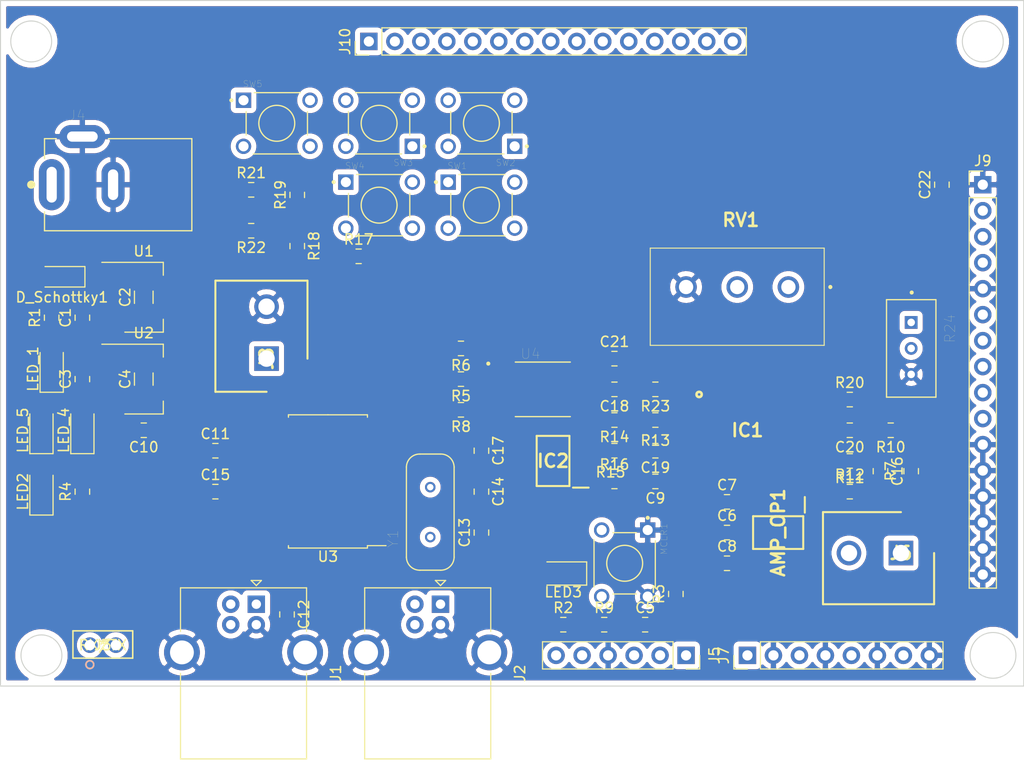
<source format=kicad_pcb>
(kicad_pcb (version 20171130) (host pcbnew "(5.1.5)-3")
  (layers (0 F.Cu signal) (31 B.Cu signal) (34 B.Paste user) (35 F.Paste user) (36 B.SilkS user) (37 F.SilkS user) (38 B.Mask user) (39 F.Mask user) (44 Edge.Cuts user))
  (net 0 "")
  (net 1 AN11)
  (net 2 IN_A)
  (net 3 Earth)
  (net 4 IN_B)
  (net 5 AN4)
  (net 6 VBUS)
  (net 7 Vin)
  (net 8 VUSB3V3)
  (net 9 "Net-(C5-Pad1)")
  (net 10 VCAP)
  (net 11 "Net-(C11-Pad2)")
  (net 12 OSC1)
  (net 13 OSC2)
  (net 14 RST)
  (net 15 "Net-(C18-Pad1)")
  (net 16 "Net-(C19-Pad1)")
  (net 17 "Net-(D_Schottky1-Pad2)")
  (net 18 PWM)
  (net 19 PIN_2)
  (net 20 PIN_3)
  (net 21 TECLADO)
  (net 22 PIN_8)
  (net 23 RB10)
  (net 24 RB11)
  (net 25 SCL)
  (net 26 PIN_13)
  (net 27 PIN_14)
  (net 28 PIN_15)
  (net 29 PIN_16)
  (net 30 MCLR#)
  (net 31 RX)
  (net 32 PIN_21)
  (net 33 PIN_22)
  (net 34 PGED1)
  (net 35 PGEC1)
  (net 36 POT)
  (net 37 RS)
  (net 38 E)
  (net 39 D4)
  (net 40 D5)
  (net 41 D6)
  (net 42 D7)
  (net 43 PIN_36)
  (net 44 PIN_39)
  (net 45 PIN_40)
  (net 46 PIN_41)
  (net 47 TX)
  (net 48 PIN_45)
  (net 49 SDA)
  (net 50 PIN_48)
  (net 51 "Net-(IC2-Pad2)")
  (net 52 "Net-(IC2-Pad1)")
  (net 53 D-)
  (net 54 D+)
  (net 55 "Net-(J9-Pad3)")
  (net 56 "Net-(LED2-Pad1)")
  (net 57 "Net-(LED3-Pad1)")
  (net 58 "Net-(LED_1-Pad2)")
  (net 59 "Net-(LED_4-Pad1)")
  (net 60 "Net-(LED_5-Pad1)")
  (net 61 RxLED)
  (net 62 TxLED)
  (net 63 "Net-(R17-Pad2)")
  (net 64 "Net-(R18-Pad2)")
  (net 65 "Net-(R19-Pad2)")
  (net 66 "Net-(R21-Pad2)")
  (net 67 "Net-(R22-Pad2)")
  (net 68 "Net-(J6-Pad2)")
  (net 69 "Net-(J6-Pad1)")
  (module LM358DG:SOIC127P600X175-8N (layer F.Cu) (at 148 137 270)
    (fp_text reference AMP_OP1 (at 0 0 270) (layer F.SilkS) (effects (font (size 1.27 1.27) (thickness 0.254))))
    (fp_text value LM358DG hide)
    (pad 1 smd rect (at -2.712 -1.905) (size 0.7 1.525) (layers F.Cu F.Paste F.Mask) (net 1 AN11))
    (pad 2 smd rect (at -2.712 -0.635) (size 0.7 1.525) (layers F.Cu F.Paste F.Mask))
    (pad 3 smd rect (at -2.712 0.635) (size 0.7 1.525) (layers F.Cu F.Paste F.Mask) (net 2 IN_A))
    (pad 4 smd rect (at -2.712 1.905) (size 0.7 1.525) (layers F.Cu F.Paste F.Mask) (net 3 Earth))
    (pad 5 smd rect (at 2.712 1.905) (size 0.7 1.525) (layers F.Cu F.Paste F.Mask) (net 4 IN_B))
    (pad 6 smd rect (at 2.712 0.635) (size 0.7 1.525) (layers F.Cu F.Paste F.Mask))
    (pad 7 smd rect (at 2.712 -0.635) (size 0.7 1.525) (layers F.Cu F.Paste F.Mask) (net 5 AN4))
    (pad 8 smd rect (at 2.712 -1.905) (size 0.7 1.525) (layers F.Cu F.Paste F.Mask) (net 6 VBUS))
  )
  (module Capacitor_SMD:C_0805_2012Metric (layer F.Cu) (at 80 116 90)
    (fp_text reference C1 (at 0 -1.65 90) (layer F.SilkS))
    (fp_text value 100nF)
    (pad 2 smd roundrect (at 0.9375 0 90) (size 0.975 1.4) (layers F.Cu F.Paste F.Mask) (net 3 Earth))
    (pad 1 smd roundrect (at -0.9375 0 90) (size 0.975 1.4) (layers F.Cu F.Paste F.Mask) (net 7 Vin))
  )
  (module Capacitor_SMD:C_1206_3216Metric (layer F.Cu) (at 86 114 90)
    (fp_text reference C2 (at 0 -1.82 90) (layer F.SilkS))
    (fp_text value 10uF)
    (pad 2 smd roundrect (at 1.4 0 90) (size 1.25 1.75) (layers F.Cu F.Paste F.Mask) (roundrect_rratio 0.2) (net 3 Earth))
    (pad 1 smd roundrect (at -1.4 0 90) (size 1.25 1.75) (layers F.Cu F.Paste F.Mask) (roundrect_rratio 0.2) (net 6 VBUS))
  )
  (module Capacitor_SMD:C_0805_2012Metric (layer F.Cu) (at 80 122 90)
    (fp_text reference C3 (at 0 -1.65 90) (layer F.SilkS))
    (fp_text value 100nF)
    (pad 1 smd roundrect (at -0.9375 0 90) (size 0.975 1.4) (layers F.Cu F.Paste F.Mask) (net 7 Vin))
    (pad 2 smd roundrect (at 0.9375 0 90) (size 0.975 1.4) (layers F.Cu F.Paste F.Mask) (net 3 Earth))
  )
  (module Capacitor_SMD:C_1206_3216Metric (layer F.Cu) (at 86 122 90)
    (fp_text reference C4 (at 0 -1.82 90) (layer F.SilkS))
    (fp_text value 10uF)
    (pad 2 smd roundrect (at 1.4 0 90) (size 1.25 1.75) (layers F.Cu F.Paste F.Mask) (roundrect_rratio 0.2) (net 3 Earth))
    (pad 1 smd roundrect (at -1.4 0 90) (size 1.25 1.75) (layers F.Cu F.Paste F.Mask) (roundrect_rratio 0.2) (net 8 VUSB3V3))
  )
  (module Capacitor_SMD:C_0805_2012Metric (layer F.Cu) (at 135 146)
    (fp_text reference C5 (at 0 -1.65) (layer F.SilkS))
    (fp_text value 100nF)
    (pad 1 smd roundrect (at -0.9375 0) (size 0.975 1.4) (layers F.Cu F.Paste F.Mask) (net 9 "Net-(C5-Pad1)"))
    (pad 2 smd roundrect (at 0.9375 0) (size 0.975 1.4) (layers F.Cu F.Paste F.Mask) (net 3 Earth))
  )
  (module Capacitor_SMD:C_0805_2012Metric (layer F.Cu) (at 143 137)
    (fp_text reference C6 (at 0 -1.65) (layer F.SilkS))
    (fp_text value 100nF)
    (pad 2 smd roundrect (at 0.9375 0) (size 0.975 1.4) (layers F.Cu F.Paste F.Mask) (net 3 Earth))
    (pad 1 smd roundrect (at -0.9375 0) (size 0.975 1.4) (layers F.Cu F.Paste F.Mask) (net 8 VUSB3V3))
  )
  (module Capacitor_SMD:C_0805_2012Metric (layer F.Cu) (at 143 134)
    (fp_text reference C7 (at 0 -1.65) (layer F.SilkS))
    (fp_text value 100nF)
    (pad 2 smd roundrect (at 0.9375 0) (size 0.975 1.4) (layers F.Cu F.Paste F.Mask) (net 3 Earth))
    (pad 1 smd roundrect (at -0.9375 0) (size 0.975 1.4) (layers F.Cu F.Paste F.Mask) (net 8 VUSB3V3))
  )
  (module Capacitor_SMD:C_0805_2012Metric (layer F.Cu) (at 143 140)
    (fp_text reference C8 (at 0 -1.65) (layer F.SilkS))
    (fp_text value 100nF)
    (pad 1 smd roundrect (at -0.9375 0) (size 0.975 1.4) (layers F.Cu F.Paste F.Mask) (net 8 VUSB3V3))
    (pad 2 smd roundrect (at 0.9375 0) (size 0.975 1.4) (layers F.Cu F.Paste F.Mask) (net 3 Earth))
  )
  (module Capacitor_SMD:C_0805_2012Metric (layer F.Cu) (at 136 132 180)
    (fp_text reference C9 (at 0 -1.65 180) (layer F.SilkS))
    (fp_text value 10uF)
    (pad 1 smd roundrect (at -0.9375 0 180) (size 0.975 1.4) (layers F.Cu F.Paste F.Mask) (net 10 VCAP))
    (pad 2 smd roundrect (at 0.9375 0 180) (size 0.975 1.4) (layers F.Cu F.Paste F.Mask) (net 3 Earth))
  )
  (module Capacitor_SMD:C_0805_2012Metric (layer F.Cu) (at 86 127 180)
    (fp_text reference C10 (at 0 -1.65 180) (layer F.SilkS))
    (fp_text value 100nF)
    (pad 2 smd roundrect (at 0.9375 0 180) (size 0.975 1.4) (layers F.Cu F.Paste F.Mask) (net 3 Earth))
    (pad 1 smd roundrect (at -0.9375 0 180) (size 0.975 1.4) (layers F.Cu F.Paste F.Mask) (net 8 VUSB3V3))
  )
  (module Capacitor_SMD:C_0805_2012Metric (layer F.Cu) (at 93 129)
    (fp_text reference C11 (at 0 -1.65) (layer F.SilkS))
    (fp_text value 100nF)
    (pad 2 smd roundrect (at 0.9375 0) (size 0.975 1.4) (layers F.Cu F.Paste F.Mask) (net 11 "Net-(C11-Pad2)"))
    (pad 1 smd roundrect (at -0.9375 0) (size 0.975 1.4) (layers F.Cu F.Paste F.Mask) (net 3 Earth))
  )
  (module Capacitor_SMD:C_0805_2012Metric (layer F.Cu) (at 100 145 270)
    (fp_text reference C12 (at 0 -1.65 270) (layer F.SilkS))
    (fp_text value 100nF)
    (pad 2 smd roundrect (at 0.9375 0 270) (size 0.975 1.4) (layers F.Cu F.Paste F.Mask) (net 3 Earth))
    (pad 1 smd roundrect (at -0.9375 0 270) (size 0.975 1.4) (layers F.Cu F.Paste F.Mask) (net 6 VBUS))
  )
  (module Capacitor_SMD:C_0805_2012Metric (layer F.Cu) (at 119 137 90)
    (fp_text reference C13 (at 0 -1.65 90) (layer F.SilkS))
    (fp_text value 22pF)
    (pad 1 smd roundrect (at -0.9375 0 90) (size 0.975 1.4) (layers F.Cu F.Paste F.Mask) (net 12 OSC1))
    (pad 2 smd roundrect (at 0.9375 0 90) (size 0.975 1.4) (layers F.Cu F.Paste F.Mask) (net 3 Earth))
  )
  (module Capacitor_SMD:C_0805_2012Metric (layer F.Cu) (at 119 133 270)
    (fp_text reference C14 (at 0 -1.65 270) (layer F.SilkS))
    (fp_text value 22pF)
    (pad 1 smd roundrect (at -0.9375 0 270) (size 0.975 1.4) (layers F.Cu F.Paste F.Mask) (net 13 OSC2))
    (pad 2 smd roundrect (at 0.9375 0 270) (size 0.975 1.4) (layers F.Cu F.Paste F.Mask) (net 3 Earth))
  )
  (module Capacitor_SMD:C_0805_2012Metric (layer F.Cu) (at 93 133)
    (fp_text reference C15 (at 0 -1.65) (layer F.SilkS))
    (fp_text value 100nF)
    (pad 1 smd roundrect (at -0.9375 0) (size 0.975 1.4) (layers F.Cu F.Paste F.Mask) (net 3 Earth))
    (pad 2 smd roundrect (at 0.9375 0) (size 0.975 1.4) (layers F.Cu F.Paste F.Mask) (net 11 "Net-(C11-Pad2)"))
  )
  (module Capacitor_SMD:C_0805_2012Metric (layer F.Cu) (at 158 131 270)
    (fp_text reference C16 (at 0 -1.65 270) (layer F.SilkS))
    (fp_text value 100nF)
    (pad 1 smd roundrect (at -0.9375 0 270) (size 0.975 1.4) (layers F.Cu F.Paste F.Mask) (net 6 VBUS))
    (pad 2 smd roundrect (at 0.9375 0 270) (size 0.975 1.4) (layers F.Cu F.Paste F.Mask) (net 3 Earth))
  )
  (module Capacitor_SMD:C_0805_2012Metric (layer F.Cu) (at 119 129 270)
    (fp_text reference C17 (at 0 -1.65 270) (layer F.SilkS))
    (fp_text value 100nF)
    (pad 2 smd roundrect (at 0.9375 0 270) (size 0.975 1.4) (layers F.Cu F.Paste F.Mask) (net 3 Earth))
    (pad 1 smd roundrect (at -0.9375 0 270) (size 0.975 1.4) (layers F.Cu F.Paste F.Mask) (net 14 RST))
  )
  (module Capacitor_SMD:C_0805_2012Metric (layer F.Cu) (at 132 123 180)
    (fp_text reference C18 (at 0 -1.65 180) (layer F.SilkS))
    (fp_text value 220nF)
    (pad 2 smd roundrect (at 0.9375 0 180) (size 0.975 1.4) (layers F.Cu F.Paste F.Mask) (net 3 Earth))
    (pad 1 smd roundrect (at -0.9375 0 180) (size 0.975 1.4) (layers F.Cu F.Paste F.Mask) (net 15 "Net-(C18-Pad1)"))
  )
  (module Capacitor_SMD:C_0805_2012Metric (layer F.Cu) (at 136 129 180)
    (fp_text reference C19 (at 0 -1.65 180) (layer F.SilkS))
    (fp_text value 220nF)
    (pad 1 smd roundrect (at -0.9375 0 180) (size 0.975 1.4) (layers F.Cu F.Paste F.Mask) (net 16 "Net-(C19-Pad1)"))
    (pad 2 smd roundrect (at 0.9375 0 180) (size 0.975 1.4) (layers F.Cu F.Paste F.Mask) (net 3 Earth))
  )
  (module Capacitor_SMD:C_0805_2012Metric (layer F.Cu) (at 155 127 180)
    (fp_text reference C20 (at 0 -1.65 180) (layer F.SilkS))
    (fp_text value 100nF)
    (pad 2 smd roundrect (at 0.9375 0 180) (size 0.975 1.4) (layers F.Cu F.Paste F.Mask) (net 3 Earth))
    (pad 1 smd roundrect (at -0.9375 0 180) (size 0.975 1.4) (layers F.Cu F.Paste F.Mask) (net 6 VBUS))
  )
  (module Capacitor_SMD:C_0805_2012Metric (layer F.Cu) (at 132 120)
    (fp_text reference C21 (at 0 -1.65) (layer F.SilkS))
    (fp_text value 100nF)
    (pad 1 smd roundrect (at -0.9375 0) (size 0.975 1.4) (layers F.Cu F.Paste F.Mask) (net 8 VUSB3V3))
    (pad 2 smd roundrect (at 0.9375 0) (size 0.975 1.4) (layers F.Cu F.Paste F.Mask) (net 3 Earth))
  )
  (module Capacitor_SMD:C_0805_2012Metric (layer F.Cu) (at 164 103 90)
    (fp_text reference C22 (at 0 -1.65 90) (layer F.SilkS))
    (fp_text value 100nF)
    (pad 2 smd roundrect (at 0.9375 0 90) (size 0.975 1.4) (layers F.Cu F.Paste F.Mask) (net 3 Earth))
    (pad 1 smd roundrect (at -0.9375 0 90) (size 0.975 1.4) (layers F.Cu F.Paste F.Mask) (net 6 VBUS))
  )
  (module Diode_SMD:D_SOD-123 (layer F.Cu) (at 78 112 180)
    (fp_text reference D_Schottky1 (at 0 -2 180) (layer F.SilkS))
    (fp_text value 1N5819)
    (pad 1 smd rect (at -1.65 0 180) (size 0.9 1.2) (layers F.Cu F.Paste F.Mask) (net 7 Vin))
    (pad 2 smd rect (at 1.65 0 180) (size 0.9 1.2) (layers F.Cu F.Paste F.Mask) (net 17 "Net-(D_Schottky1-Pad2)"))
  )
  (module PIC32MM0064GPM048-I_PT:QFP50P900X900X120-49N (layer F.Cu) (at 145 127)
    (fp_text reference IC1 (at 0 0) (layer F.SilkS) (effects (font (size 1.27 1.27) (thickness 0.254))))
    (fp_text value PIC32MM0064GPM048-I_PT hide)
    (pad 1 smd rect (at -4.238 -2.75 90) (size 0.3 1.475) (layers F.Cu F.Paste F.Mask) (net 18 PWM))
    (pad 2 smd rect (at -4.238 -2.25 90) (size 0.3 1.475) (layers F.Cu F.Paste F.Mask) (net 19 PIN_2))
    (pad 3 smd rect (at -4.238 -1.75 90) (size 0.3 1.475) (layers F.Cu F.Paste F.Mask) (net 20 PIN_3))
    (pad 4 smd rect (at -4.238 -1.25 90) (size 0.3 1.475) (layers F.Cu F.Paste F.Mask) (net 21 TECLADO))
    (pad 5 smd rect (at -4.238 -0.75 90) (size 0.3 1.475) (layers F.Cu F.Paste F.Mask))
    (pad 6 smd rect (at -4.238 -0.25 90) (size 0.3 1.475) (layers F.Cu F.Paste F.Mask) (net 3 Earth))
    (pad 7 smd rect (at -4.238 0.25 90) (size 0.3 1.475) (layers F.Cu F.Paste F.Mask) (net 10 VCAP))
    (pad 8 smd rect (at -4.238 0.75 90) (size 0.3 1.475) (layers F.Cu F.Paste F.Mask) (net 22 PIN_8))
    (pad 9 smd rect (at -4.238 1.25 90) (size 0.3 1.475) (layers F.Cu F.Paste F.Mask) (net 23 RB10))
    (pad 10 smd rect (at -4.238 1.75 90) (size 0.3 1.475) (layers F.Cu F.Paste F.Mask) (net 24 RB11))
    (pad 11 smd rect (at -4.238 2.25 90) (size 0.3 1.475) (layers F.Cu F.Paste F.Mask) (net 8 VUSB3V3))
    (pad 12 smd rect (at -4.238 2.75 90) (size 0.3 1.475) (layers F.Cu F.Paste F.Mask) (net 25 SCL))
    (pad 13 smd rect (at -2.75 4.238) (size 0.3 1.475) (layers F.Cu F.Paste F.Mask) (net 26 PIN_13))
    (pad 14 smd rect (at -2.25 4.238) (size 0.3 1.475) (layers F.Cu F.Paste F.Mask) (net 27 PIN_14))
    (pad 15 smd rect (at -1.75 4.238) (size 0.3 1.475) (layers F.Cu F.Paste F.Mask) (net 28 PIN_15))
    (pad 16 smd rect (at -1.25 4.238) (size 0.3 1.475) (layers F.Cu F.Paste F.Mask) (net 29 PIN_16))
    (pad 17 smd rect (at -0.75 4.238) (size 0.3 1.475) (layers F.Cu F.Paste F.Mask) (net 3 Earth))
    (pad 18 smd rect (at -0.25 4.238) (size 0.3 1.475) (layers F.Cu F.Paste F.Mask) (net 8 VUSB3V3))
    (pad 19 smd rect (at 0.25 4.238) (size 0.3 1.475) (layers F.Cu F.Paste F.Mask) (net 30 MCLR#))
    (pad 20 smd rect (at 0.75 4.238) (size 0.3 1.475) (layers F.Cu F.Paste F.Mask) (net 31 RX))
    (pad 21 smd rect (at 1.25 4.238) (size 0.3 1.475) (layers F.Cu F.Paste F.Mask) (net 32 PIN_21))
    (pad 22 smd rect (at 1.75 4.238) (size 0.3 1.475) (layers F.Cu F.Paste F.Mask) (net 33 PIN_22))
    (pad 23 smd rect (at 2.25 4.238) (size 0.3 1.475) (layers F.Cu F.Paste F.Mask) (net 34 PGED1))
    (pad 24 smd rect (at 2.75 4.238) (size 0.3 1.475) (layers F.Cu F.Paste F.Mask) (net 35 PGEC1))
    (pad 25 smd rect (at 4.238 2.75 90) (size 0.3 1.475) (layers F.Cu F.Paste F.Mask) (net 5 AN4))
    (pad 26 smd rect (at 4.238 2.25 90) (size 0.3 1.475) (layers F.Cu F.Paste F.Mask) (net 1 AN11))
    (pad 27 smd rect (at 4.238 1.75 90) (size 0.3 1.475) (layers F.Cu F.Paste F.Mask) (net 36 POT))
    (pad 28 smd rect (at 4.238 1.25 90) (size 0.3 1.475) (layers F.Cu F.Paste F.Mask) (net 38 E))
    (pad 29 smd rect (at 4.238 0.75 90) (size 0.3 1.475) (layers F.Cu F.Paste F.Mask) (net 37 RS))
    (pad 30 smd rect (at 4.238 0.25 90) (size 0.3 1.475) (layers F.Cu F.Paste F.Mask) (net 8 VUSB3V3))
    (pad 31 smd rect (at 4.238 -0.25 90) (size 0.3 1.475) (layers F.Cu F.Paste F.Mask) (net 3 Earth))
    (pad 32 smd rect (at 4.238 -0.75 90) (size 0.3 1.475) (layers F.Cu F.Paste F.Mask) (net 42 D7))
    (pad 33 smd rect (at 4.238 -1.25 90) (size 0.3 1.475) (layers F.Cu F.Paste F.Mask) (net 41 D6))
    (pad 34 smd rect (at 4.238 -1.75 90) (size 0.3 1.475) (layers F.Cu F.Paste F.Mask) (net 40 D5))
    (pad 35 smd rect (at 4.238 -2.25 90) (size 0.3 1.475) (layers F.Cu F.Paste F.Mask) (net 39 D4))
    (pad 36 smd rect (at 4.238 -2.75 90) (size 0.3 1.475) (layers F.Cu F.Paste F.Mask) (net 43 PIN_36))
    (pad 37 smd rect (at 2.75 -4.238) (size 0.3 1.475) (layers F.Cu F.Paste F.Mask))
    (pad 38 smd rect (at 2.25 -4.238) (size 0.3 1.475) (layers F.Cu F.Paste F.Mask) (net 14 RST))
    (pad 39 smd rect (at 1.75 -4.238) (size 0.3 1.475) (layers F.Cu F.Paste F.Mask) (net 44 PIN_39))
    (pad 40 smd rect (at 1.25 -4.238) (size 0.3 1.475) (layers F.Cu F.Paste F.Mask) (net 45 PIN_40))
    (pad 41 smd rect (at 0.75 -4.238) (size 0.3 1.475) (layers F.Cu F.Paste F.Mask) (net 46 PIN_41))
    (pad 42 smd rect (at 0.25 -4.238) (size 0.3 1.475) (layers F.Cu F.Paste F.Mask) (net 3 Earth))
    (pad 43 smd rect (at -0.25 -4.238) (size 0.3 1.475) (layers F.Cu F.Paste F.Mask) (net 8 VUSB3V3))
    (pad 44 smd rect (at -0.75 -4.238) (size 0.3 1.475) (layers F.Cu F.Paste F.Mask) (net 47 TX))
    (pad 45 smd rect (at -1.25 -4.238) (size 0.3 1.475) (layers F.Cu F.Paste F.Mask) (net 48 PIN_45))
    (pad 46 smd rect (at -1.75 -4.238) (size 0.3 1.475) (layers F.Cu F.Paste F.Mask))
    (pad 47 smd rect (at -2.25 -4.238) (size 0.3 1.475) (layers F.Cu F.Paste F.Mask) (net 49 SDA))
    (pad 48 smd rect (at -2.75 -4.238) (size 0.3 1.475) (layers F.Cu F.Paste F.Mask) (net 50 PIN_48))
    (pad 49 smd rect (at 0 0) (size 3.5 3.5) (layers F.Cu F.Paste F.Mask))
  )
  (module LM358DG:SOIC127P600X175-8N (layer F.Cu) (at 126 130 180)
    (fp_text reference IC2 (at 0 0 180) (layer F.SilkS) (effects (font (size 1.27 1.27) (thickness 0.254))))
    (fp_text value LM358DG hide)
    (pad 8 smd rect (at 2.712 -1.905 270) (size 0.7 1.525) (layers F.Cu F.Paste F.Mask) (net 6 VBUS))
    (pad 7 smd rect (at 2.712 -0.635 270) (size 0.7 1.525) (layers F.Cu F.Paste F.Mask))
    (pad 6 smd rect (at 2.712 0.635 270) (size 0.7 1.525) (layers F.Cu F.Paste F.Mask))
    (pad 5 smd rect (at 2.712 1.905 270) (size 0.7 1.525) (layers F.Cu F.Paste F.Mask))
    (pad 4 smd rect (at -2.712 1.905 270) (size 0.7 1.525) (layers F.Cu F.Paste F.Mask) (net 3 Earth))
    (pad 3 smd rect (at -2.712 0.635 270) (size 0.7 1.525) (layers F.Cu F.Paste F.Mask) (net 16 "Net-(C19-Pad1)"))
    (pad 2 smd rect (at -2.712 -0.635 270) (size 0.7 1.525) (layers F.Cu F.Paste F.Mask) (net 51 "Net-(IC2-Pad2)"))
    (pad 1 smd rect (at -2.712 -1.905 270) (size 0.7 1.525) (layers F.Cu F.Paste F.Mask) (net 52 "Net-(IC2-Pad1)"))
  )
  (module Connector_USB:USB_B_OST_USB-B1HSxx_Horizontal (layer F.Cu) (at 97 144 270)
    (fp_text reference J1 (at 6.76 -7.77 270) (layer F.SilkS))
    (fp_text value USB_B)
    (pad 1 thru_hole rect (at 0 0 270) (size 1.7 1.7) (drill 0.92) (layers *.Cu *.Mask) (net 6 VBUS))
    (pad 2 thru_hole circle (at 0 2.5 270) (size 1.7 1.7) (drill 0.92) (layers *.Cu *.Mask) (net 53 D-))
    (pad 3 thru_hole circle (at 2 2.5 270) (size 1.7 1.7) (drill 0.92) (layers *.Cu *.Mask) (net 54 D+))
    (pad 4 thru_hole circle (at 2 0 270) (size 1.7 1.7) (drill 0.92) (layers *.Cu *.Mask) (net 3 Earth))
    (pad 5 thru_hole circle (at 4.71 -4.77 270) (size 3.5 3.5) (drill 2.33) (layers *.Cu *.Mask) (net 3 Earth))
    (pad 5 thru_hole circle (at 4.71 7.27 270) (size 3.5 3.5) (drill 2.33) (layers *.Cu *.Mask) (net 3 Earth))
  )
  (module Connector_USB:USB_B_OST_USB-B1HSxx_Horizontal (layer F.Cu) (at 115 144 270)
    (fp_text reference J2 (at 6.76 -7.77 270) (layer F.SilkS))
    (fp_text value USB_B)
    (pad 5 thru_hole circle (at 4.71 7.27 270) (size 3.5 3.5) (drill 2.33) (layers *.Cu *.Mask) (net 3 Earth))
    (pad 5 thru_hole circle (at 4.71 -4.77 270) (size 3.5 3.5) (drill 2.33) (layers *.Cu *.Mask) (net 3 Earth))
    (pad 4 thru_hole circle (at 2 0 270) (size 1.7 1.7) (drill 0.92) (layers *.Cu *.Mask) (net 3 Earth))
    (pad 3 thru_hole circle (at 2 2.5 270) (size 1.7 1.7) (drill 0.92) (layers *.Cu *.Mask) (net 24 RB11))
    (pad 2 thru_hole circle (at 0 2.5 270) (size 1.7 1.7) (drill 0.92) (layers *.Cu *.Mask) (net 23 RB10))
    (pad 1 thru_hole rect (at 0 0 270) (size 1.7 1.7) (drill 0.92) (layers *.Cu *.Mask))
  )
  (module SSQ-120:SSQ-102-03-T-S (layer F.Cu) (at 82 148)
    (fp_text reference J3 (at 0 0) (layer F.SilkS))
    (fp_text value RX/TX (at 0 0) (layer F.SilkS))
    (fp_text user * (at 0 0) (layer F.SilkS))
    (pad 1 thru_hole circle (at -1.27 0 90) (size 1.524 1.524) (drill 1.016) (layers *.Cu *.Mask) (net 31 RX))
    (pad 2 thru_hole circle (at 1.27 0 90) (size 1.524 1.524) (drill 1.016) (layers *.Cu *.Mask) (net 47 TX))
  )
  (module pj-002A:CUI_PJ-002A (layer F.Cu) (at 77 103)
    (fp_text reference J4 (at 2.487052 -6.770615) (layer F.SilkS) (effects (font (size 1.000827 1.000827) (thickness 0.015))))
    (fp_text value PJ-002A)
    (pad 1 thru_hole oval (at 0 0) (size 2.5 5) (drill oval 1 3.5) (layers *.Cu *.Mask) (net 17 "Net-(D_Schottky1-Pad2)"))
    (pad 2 thru_hole oval (at 6 0) (size 2.25 4.5) (drill oval 1 3) (layers *.Cu *.Mask) (net 3 Earth))
    (pad 3 thru_hole oval (at 3 -4.7) (size 4.5 2.25) (drill oval 3 1) (layers *.Cu *.Mask) (net 3 Earth))
  )
  (module Connector_PinSocket_2.54mm:PinSocket_1x06_P2.54mm_Vertical (layer F.Cu) (at 139 149 270)
    (fp_text reference J5 (at 0 -2.77 270) (layer F.SilkS))
    (fp_text value ICSP)
    (pad 1 thru_hole rect (at 0 0 270) (size 1.7 1.7) (drill 1) (layers *.Cu *.Mask))
    (pad 2 thru_hole oval (at 0 2.54 270) (size 1.7 1.7) (drill 1) (layers *.Cu *.Mask) (net 35 PGEC1))
    (pad 3 thru_hole oval (at 0 5.08 270) (size 1.7 1.7) (drill 1) (layers *.Cu *.Mask) (net 34 PGED1))
    (pad 4 thru_hole oval (at 0 7.62 270) (size 1.7 1.7) (drill 1) (layers *.Cu *.Mask) (net 3 Earth))
    (pad 5 thru_hole oval (at 0 10.16 270) (size 1.7 1.7) (drill 1) (layers *.Cu *.Mask) (net 8 VUSB3V3))
    (pad 6 thru_hole oval (at 0 12.7 270) (size 1.7 1.7) (drill 1) (layers *.Cu *.Mask) (net 30 MCLR#))
  )
  (module Connector_PinHeader_2.54mm:PinHeader_1x08_P2.54mm_Vertical (layer F.Cu) (at 145 149 90)
    (fp_text reference J7 (at 0 -2.33 90) (layer F.SilkS))
    (fp_text value ALIM)
    (pad 1 thru_hole rect (at 0 0 90) (size 1.7 1.7) (drill 1) (layers *.Cu *.Mask) (net 6 VBUS))
    (pad 2 thru_hole oval (at 0 2.54 90) (size 1.7 1.7) (drill 1) (layers *.Cu *.Mask) (net 3 Earth))
    (pad 3 thru_hole oval (at 0 5.08 90) (size 1.7 1.7) (drill 1) (layers *.Cu *.Mask) (net 6 VBUS))
    (pad 4 thru_hole oval (at 0 7.62 90) (size 1.7 1.7) (drill 1) (layers *.Cu *.Mask) (net 3 Earth))
    (pad 5 thru_hole oval (at 0 10.16 90) (size 1.7 1.7) (drill 1) (layers *.Cu *.Mask) (net 8 VUSB3V3))
    (pad 6 thru_hole oval (at 0 12.7 90) (size 1.7 1.7) (drill 1) (layers *.Cu *.Mask) (net 3 Earth))
    (pad 7 thru_hole oval (at 0 15.24 90) (size 1.7 1.7) (drill 1) (layers *.Cu *.Mask) (net 8 VUSB3V3))
    (pad 8 thru_hole oval (at 0 17.78 90) (size 1.7 1.7) (drill 1) (layers *.Cu *.Mask) (net 3 Earth))
  )
  (module Connector_PinHeader_2.54mm:PinHeader_1x16_P2.54mm_Vertical (layer F.Cu) (at 168 103)
    (fp_text reference J9 (at 0 -2.33) (layer F.SilkS))
    (fp_text value LDC_header)
    (pad 1 thru_hole rect (at 0 0) (size 1.7 1.7) (drill 1) (layers *.Cu *.Mask) (net 3 Earth))
    (pad 2 thru_hole oval (at 0 2.54) (size 1.7 1.7) (drill 1) (layers *.Cu *.Mask) (net 6 VBUS))
    (pad 3 thru_hole oval (at 0 5.08) (size 1.7 1.7) (drill 1) (layers *.Cu *.Mask) (net 55 "Net-(J9-Pad3)"))
    (pad 4 thru_hole oval (at 0 7.62) (size 1.7 1.7) (drill 1) (layers *.Cu *.Mask) (net 37 RS))
    (pad 5 thru_hole oval (at 0 10.16) (size 1.7 1.7) (drill 1) (layers *.Cu *.Mask) (net 3 Earth))
    (pad 6 thru_hole oval (at 0 12.7) (size 1.7 1.7) (drill 1) (layers *.Cu *.Mask) (net 38 E))
    (pad 7 thru_hole oval (at 0 15.24) (size 1.7 1.7) (drill 1) (layers *.Cu *.Mask) (net 39 D4))
    (pad 8 thru_hole oval (at 0 17.78) (size 1.7 1.7) (drill 1) (layers *.Cu *.Mask) (net 40 D5))
    (pad 9 thru_hole oval (at 0 20.32) (size 1.7 1.7) (drill 1) (layers *.Cu *.Mask) (net 41 D6))
    (pad 10 thru_hole oval (at 0 22.86) (size 1.7 1.7) (drill 1) (layers *.Cu *.Mask) (net 42 D7))
    (pad 11 thru_hole oval (at 0 25.4) (size 1.7 1.7) (drill 1) (layers *.Cu *.Mask) (net 3 Earth))
    (pad 12 thru_hole oval (at 0 27.94) (size 1.7 1.7) (drill 1) (layers *.Cu *.Mask) (net 3 Earth))
    (pad 13 thru_hole oval (at 0 30.48) (size 1.7 1.7) (drill 1) (layers *.Cu *.Mask) (net 3 Earth))
    (pad 14 thru_hole oval (at 0 33.02) (size 1.7 1.7) (drill 1) (layers *.Cu *.Mask) (net 3 Earth))
    (pad 15 thru_hole oval (at 0 35.56) (size 1.7 1.7) (drill 1) (layers *.Cu *.Mask) (net 3 Earth))
    (pad 16 thru_hole oval (at 0 38.1) (size 1.7 1.7) (drill 1) (layers *.Cu *.Mask) (net 3 Earth))
  )
  (module Connector_PinHeader_2.54mm:PinHeader_1x15_P2.54mm_Vertical (layer F.Cu) (at 108 89 90)
    (fp_text reference J10 (at 0 -2.33 90) (layer F.SilkS))
    (fp_text value EXTENSÃO)
    (pad 1 thru_hole rect (at 0 0 90) (size 1.7 1.7) (drill 1) (layers *.Cu *.Mask) (net 19 PIN_2))
    (pad 2 thru_hole oval (at 0 2.54 90) (size 1.7 1.7) (drill 1) (layers *.Cu *.Mask) (net 20 PIN_3))
    (pad 3 thru_hole oval (at 0 5.08 90) (size 1.7 1.7) (drill 1) (layers *.Cu *.Mask) (net 22 PIN_8))
    (pad 4 thru_hole oval (at 0 7.62 90) (size 1.7 1.7) (drill 1) (layers *.Cu *.Mask) (net 26 PIN_13))
    (pad 5 thru_hole oval (at 0 10.16 90) (size 1.7 1.7) (drill 1) (layers *.Cu *.Mask) (net 27 PIN_14))
    (pad 6 thru_hole oval (at 0 12.7 90) (size 1.7 1.7) (drill 1) (layers *.Cu *.Mask) (net 28 PIN_15))
    (pad 7 thru_hole oval (at 0 15.24 90) (size 1.7 1.7) (drill 1) (layers *.Cu *.Mask) (net 29 PIN_16))
    (pad 8 thru_hole oval (at 0 17.78 90) (size 1.7 1.7) (drill 1) (layers *.Cu *.Mask) (net 32 PIN_21))
    (pad 9 thru_hole oval (at 0 20.32 90) (size 1.7 1.7) (drill 1) (layers *.Cu *.Mask) (net 33 PIN_22))
    (pad 10 thru_hole oval (at 0 22.86 90) (size 1.7 1.7) (drill 1) (layers *.Cu *.Mask) (net 43 PIN_36))
    (pad 11 thru_hole oval (at 0 25.4 90) (size 1.7 1.7) (drill 1) (layers *.Cu *.Mask) (net 44 PIN_39))
    (pad 12 thru_hole oval (at 0 27.94 90) (size 1.7 1.7) (drill 1) (layers *.Cu *.Mask) (net 45 PIN_40))
    (pad 13 thru_hole oval (at 0 30.48 90) (size 1.7 1.7) (drill 1) (layers *.Cu *.Mask) (net 46 PIN_41))
    (pad 14 thru_hole oval (at 0 33.02 90) (size 1.7 1.7) (drill 1) (layers *.Cu *.Mask) (net 48 PIN_45))
    (pad 15 thru_hole oval (at 0 35.56 90) (size 1.7 1.7) (drill 1) (layers *.Cu *.Mask) (net 50 PIN_48))
  )
  (module LED_SMD:LED_1206_3216Metric (layer F.Cu) (at 76 133 90)
    (fp_text reference LED2 (at 0 -1.82 90) (layer F.SilkS))
    (fp_text value LED)
    (pad 1 smd roundrect (at -1.4 0 90) (size 1.25 1.75) (layers F.Cu F.Paste F.Mask) (roundrect_rratio 0.2) (net 56 "Net-(LED2-Pad1)"))
    (pad 2 smd roundrect (at 1.4 0 90) (size 1.25 1.75) (layers F.Cu F.Paste F.Mask) (roundrect_rratio 0.2) (net 8 VUSB3V3))
  )
  (module LED_SMD:LED_1206_3216Metric (layer F.Cu) (at 127 141 180)
    (fp_text reference LED3 (at 0 -1.82 180) (layer F.SilkS))
    (fp_text value LED)
    (pad 1 smd roundrect (at -1.4 0 180) (size 1.25 1.75) (layers F.Cu F.Paste F.Mask) (roundrect_rratio 0.2) (net 57 "Net-(LED3-Pad1)"))
    (pad 2 smd roundrect (at 1.4 0 180) (size 1.25 1.75) (layers F.Cu F.Paste F.Mask) (roundrect_rratio 0.2) (net 30 MCLR#))
  )
  (module LED_SMD:LED_1206_3216Metric (layer F.Cu) (at 77 121 90)
    (fp_text reference LED_1 (at 0 -1.82 90) (layer F.SilkS))
    (fp_text value LED_ALIM)
    (pad 2 smd roundrect (at 1.4 0 90) (size 1.25 1.75) (layers F.Cu F.Paste F.Mask) (roundrect_rratio 0.2) (net 58 "Net-(LED_1-Pad2)"))
    (pad 1 smd roundrect (at -1.4 0 90) (size 1.25 1.75) (layers F.Cu F.Paste F.Mask) (roundrect_rratio 0.2) (net 3 Earth))
  )
  (module LED_SMD:LED_1206_3216Metric (layer F.Cu) (at 80 127 90)
    (fp_text reference LED_4 (at 0 -1.82 90) (layer F.SilkS))
    (fp_text value Lx_LED)
    (pad 1 smd roundrect (at -1.4 0 90) (size 1.25 1.75) (layers F.Cu F.Paste F.Mask) (roundrect_rratio 0.2) (net 59 "Net-(LED_4-Pad1)"))
    (pad 2 smd roundrect (at 1.4 0 90) (size 1.25 1.75) (layers F.Cu F.Paste F.Mask) (roundrect_rratio 0.2) (net 8 VUSB3V3))
  )
  (module LED_SMD:LED_1206_3216Metric (layer F.Cu) (at 76 127 90)
    (fp_text reference LED_5 (at 0 -1.82 90) (layer F.SilkS))
    (fp_text value Rx_LED)
    (pad 2 smd roundrect (at 1.4 0 90) (size 1.25 1.75) (layers F.Cu F.Paste F.Mask) (roundrect_rratio 0.2) (net 8 VUSB3V3))
    (pad 1 smd roundrect (at -1.4 0 90) (size 1.25 1.75) (layers F.Cu F.Paste F.Mask) (roundrect_rratio 0.2) (net 60 "Net-(LED_5-Pad1)"))
  )
  (module 1825910-6:SW_1825910-6-4 (layer F.Cu) (at 133 140 270)
    (fp_text reference MCLR1 (at -2.3627 -3.844398 270) (layer F.SilkS) (effects (font (size 0.630643 0.630643) (thickness 0.015))))
    (fp_text value SWL1)
    (pad 2 thru_hole circle (at 3.25 -2.25 270) (size 1.498 1.498) (drill 0.99) (layers *.Cu *.Mask) (net 3 Earth))
    (pad 4 thru_hole circle (at 3.25 2.25 270) (size 1.498 1.498) (drill 0.99) (layers *.Cu *.Mask) (net 9 "Net-(C5-Pad1)"))
    (pad 1 thru_hole rect (at -3.25 -2.25 270) (size 1.498 1.498) (drill 0.99) (layers *.Cu *.Mask) (net 3 Earth))
    (pad 3 thru_hole circle (at -3.25 2.25 270) (size 1.498 1.498) (drill 0.99) (layers *.Cu *.Mask) (net 9 "Net-(C5-Pad1)"))
  )
  (module Resistor_SMD:R_0805_2012Metric (layer F.Cu) (at 77 116 90)
    (fp_text reference R1 (at 0 -1.65 90) (layer F.SilkS))
    (fp_text value 470)
    (pad 2 smd roundrect (at 0.9375 0 90) (size 0.975 1.4) (layers F.Cu F.Paste F.Mask) (net 6 VBUS))
    (pad 1 smd roundrect (at -0.9375 0 90) (size 0.975 1.4) (layers F.Cu F.Paste F.Mask) (net 58 "Net-(LED_1-Pad2)"))
  )
  (module Resistor_SMD:R_0805_2012Metric (layer F.Cu) (at 127 146)
    (fp_text reference R2 (at 0 -1.65) (layer F.SilkS))
    (fp_text value 1k)
    (pad 2 smd roundrect (at 0.9375 0) (size 0.975 1.4) (layers F.Cu F.Paste F.Mask) (net 9 "Net-(C5-Pad1)"))
    (pad 1 smd roundrect (at -0.9375 0) (size 0.975 1.4) (layers F.Cu F.Paste F.Mask) (net 30 MCLR#))
  )
  (module Resistor_SMD:R_0805_2012Metric (layer F.Cu) (at 138 143 90)
    (fp_text reference R3 (at 0 -1.65 90) (layer F.SilkS))
    (fp_text value 120)
    (pad 1 smd roundrect (at -0.9375 0 90) (size 0.975 1.4) (layers F.Cu F.Paste F.Mask) (net 3 Earth))
    (pad 2 smd roundrect (at 0.9375 0 90) (size 0.975 1.4) (layers F.Cu F.Paste F.Mask) (net 57 "Net-(LED3-Pad1)"))
  )
  (module Resistor_SMD:R_0805_2012Metric (layer F.Cu) (at 80 133 90)
    (fp_text reference R4 (at 0 -1.65 90) (layer F.SilkS))
    (fp_text value 120)
    (pad 2 smd roundrect (at 0.9375 0 90) (size 0.975 1.4) (layers F.Cu F.Paste F.Mask) (net 56 "Net-(LED2-Pad1)"))
    (pad 1 smd roundrect (at -0.9375 0 90) (size 0.975 1.4) (layers F.Cu F.Paste F.Mask) (net 3 Earth))
  )
  (module Resistor_SMD:R_0805_2012Metric (layer F.Cu) (at 117 122 180)
    (fp_text reference R5 (at 0 -1.65 180) (layer F.SilkS))
    (fp_text value 120)
    (pad 1 smd roundrect (at -0.9375 0 180) (size 0.975 1.4) (layers F.Cu F.Paste F.Mask) (net 59 "Net-(LED_4-Pad1)"))
    (pad 2 smd roundrect (at 0.9375 0 180) (size 0.975 1.4) (layers F.Cu F.Paste F.Mask) (net 61 RxLED))
  )
  (module Resistor_SMD:R_0805_2012Metric (layer F.Cu) (at 117 119 180)
    (fp_text reference R6 (at 0 -1.65 180) (layer F.SilkS))
    (fp_text value 120)
    (pad 2 smd roundrect (at 0.9375 0 180) (size 0.975 1.4) (layers F.Cu F.Paste F.Mask) (net 62 TxLED))
    (pad 1 smd roundrect (at -0.9375 0 180) (size 0.975 1.4) (layers F.Cu F.Paste F.Mask) (net 60 "Net-(LED_5-Pad1)"))
  )
  (module Resistor_SMD:R_0805_2012Metric (layer F.Cu) (at 161 131 90)
    (fp_text reference R7 (at 0 -2 90) (layer F.SilkS))
    (fp_text value 4k3)
    (pad 1 smd roundrect (at -0.9375 0 90) (size 0.975 1.4) (layers F.Cu F.Paste F.Mask) (net 69 "Net-(J6-Pad1)"))
    (pad 2 smd roundrect (at 0.9375 0 90) (size 0.975 1.4) (layers F.Cu F.Paste F.Mask) (net 2 IN_A))
  )
  (module Resistor_SMD:R_0805_2012Metric (layer F.Cu) (at 117 125 180)
    (fp_text reference R8 (at 0 -1.65 180) (layer F.SilkS))
    (fp_text value 4k7)
    (pad 2 smd roundrect (at 0.9375 0 180) (size 0.975 1.4) (layers F.Cu F.Paste F.Mask) (net 14 RST))
    (pad 1 smd roundrect (at -0.9375 0 180) (size 0.975 1.4) (layers F.Cu F.Paste F.Mask) (net 6 VBUS))
  )
  (module Resistor_SMD:R_0805_2012Metric (layer F.Cu) (at 131 146)
    (fp_text reference R9 (at 0 -1.65) (layer F.SilkS))
    (fp_text value 10k)
    (pad 1 smd roundrect (at -0.9375 0) (size 0.975 1.4) (layers F.Cu F.Paste F.Mask) (net 8 VUSB3V3))
    (pad 2 smd roundrect (at 0.9375 0) (size 0.975 1.4) (layers F.Cu F.Paste F.Mask) (net 9 "Net-(C5-Pad1)"))
  )
  (module Resistor_SMD:R_0805_2012Metric (layer F.Cu) (at 159 127 180)
    (fp_text reference R10 (at 0 -1.65 180) (layer F.SilkS))
    (fp_text value 8k2)
    (pad 2 smd roundrect (at 0.9375 0 180) (size 0.975 1.4) (layers F.Cu F.Paste F.Mask) (net 3 Earth))
    (pad 1 smd roundrect (at -0.9375 0 180) (size 0.975 1.4) (layers F.Cu F.Paste F.Mask) (net 2 IN_A))
  )
  (module Resistor_SMD:R_0805_2012Metric (layer F.Cu) (at 155 130 180)
    (fp_text reference R11 (at 0 -1.65 180) (layer F.SilkS))
    (fp_text value 4k3)
    (pad 1 smd roundrect (at -0.9375 0 180) (size 0.975 1.4) (layers F.Cu F.Paste F.Mask) (net 68 "Net-(J6-Pad2)"))
    (pad 2 smd roundrect (at 0.9375 0 180) (size 0.975 1.4) (layers F.Cu F.Paste F.Mask) (net 4 IN_B))
  )
  (module Resistor_SMD:R_0805_2012Metric (layer F.Cu) (at 155 133)
    (fp_text reference R12 (at 0 -1.65) (layer F.SilkS))
    (fp_text value 8k2)
    (pad 2 smd roundrect (at 0.9375 0) (size 0.975 1.4) (layers F.Cu F.Paste F.Mask) (net 3 Earth))
    (pad 1 smd roundrect (at -0.9375 0) (size 0.975 1.4) (layers F.Cu F.Paste F.Mask) (net 4 IN_B))
  )
  (module Resistor_SMD:R_0805_2012Metric (layer F.Cu) (at 136 126 180)
    (fp_text reference R13 (at 0 -2 180) (layer F.SilkS))
    (fp_text value 1k)
    (pad 1 smd roundrect (at -0.9375 0 180) (size 0.975 1.4) (layers F.Cu F.Paste F.Mask) (net 18 PWM))
    (pad 2 smd roundrect (at 0.9375 0 180) (size 0.975 1.4) (layers F.Cu F.Paste F.Mask) (net 15 "Net-(C18-Pad1)"))
  )
  (module Resistor_SMD:R_0805_2012Metric (layer F.Cu) (at 132 126 180)
    (fp_text reference R14 (at 0 -1.65 180) (layer F.SilkS))
    (fp_text value 3k3)
    (pad 2 smd roundrect (at 0.9375 0 180) (size 0.975 1.4) (layers F.Cu F.Paste F.Mask) (net 15 "Net-(C18-Pad1)"))
    (pad 1 smd roundrect (at -0.9375 0 180) (size 0.975 1.4) (layers F.Cu F.Paste F.Mask) (net 16 "Net-(C19-Pad1)"))
  )
  (module Resistor_SMD:R_0805_2012Metric (layer F.Cu) (at 132 129 180)
    (fp_text reference R15 (at 0.380099 -2.101201 180) (layer F.SilkS))
    (fp_text value 10k)
    (pad 1 smd roundrect (at -0.9375 0 180) (size 0.975 1.4) (layers F.Cu F.Paste F.Mask) (net 51 "Net-(IC2-Pad2)"))
    (pad 2 smd roundrect (at 0.9375 0 180) (size 0.975 1.4) (layers F.Cu F.Paste F.Mask) (net 3 Earth))
  )
  (module Resistor_SMD:R_0805_2012Metric (layer F.Cu) (at 132 132)
    (fp_text reference R16 (at 0 -1.65) (layer F.SilkS))
    (fp_text value 5k1)
    (pad 1 smd roundrect (at -0.9375 0) (size 0.975 1.4) (layers F.Cu F.Paste F.Mask) (net 52 "Net-(IC2-Pad1)"))
    (pad 2 smd roundrect (at 0.9375 0) (size 0.975 1.4) (layers F.Cu F.Paste F.Mask) (net 51 "Net-(IC2-Pad2)"))
  )
  (module Resistor_SMD:R_0805_2012Metric (layer F.Cu) (at 107 110)
    (fp_text reference R17 (at 0 -1.65) (layer F.SilkS))
    (fp_text value 8k2)
    (pad 2 smd roundrect (at 0.9375 0) (size 0.975 1.4) (layers F.Cu F.Paste F.Mask) (net 63 "Net-(R17-Pad2)"))
    (pad 1 smd roundrect (at -0.9375 0) (size 0.975 1.4) (layers F.Cu F.Paste F.Mask) (net 8 VUSB3V3))
  )
  (module Resistor_SMD:R_0805_2012Metric (layer F.Cu) (at 101 109 270)
    (fp_text reference R18 (at 0 -1.65 270) (layer F.SilkS))
    (fp_text value 6k2)
    (pad 1 smd roundrect (at -0.9375 0 270) (size 0.975 1.4) (layers F.Cu F.Paste F.Mask) (net 8 VUSB3V3))
    (pad 2 smd roundrect (at 0.9375 0 270) (size 0.975 1.4) (layers F.Cu F.Paste F.Mask) (net 64 "Net-(R18-Pad2)"))
  )
  (module Resistor_SMD:R_0805_2012Metric (layer F.Cu) (at 101 104 90)
    (fp_text reference R19 (at 0 -1.65 90) (layer F.SilkS))
    (fp_text value 4k7)
    (pad 2 smd roundrect (at 0.9375 0 90) (size 0.975 1.4) (layers F.Cu F.Paste F.Mask) (net 65 "Net-(R19-Pad2)"))
    (pad 1 smd roundrect (at -0.9375 0 90) (size 0.975 1.4) (layers F.Cu F.Paste F.Mask) (net 8 VUSB3V3))
  )
  (module Resistor_SMD:R_0805_2012Metric (layer F.Cu) (at 155 124)
    (fp_text reference R20 (at 0 -1.65) (layer F.SilkS))
    (fp_text value 10k)
    (pad 1 smd roundrect (at -0.9375 0) (size 0.975 1.4) (layers F.Cu F.Paste F.Mask) (net 21 TECLADO))
    (pad 2 smd roundrect (at 0.9375 0) (size 0.975 1.4) (layers F.Cu F.Paste F.Mask) (net 3 Earth))
  )
  (module Resistor_SMD:R_0805_2012Metric (layer F.Cu) (at 96.5 103.5)
    (fp_text reference R21 (at 0 -1.65 180) (layer F.SilkS))
    (fp_text value 3k3)
    (pad 1 smd roundrect (at -0.9375 0) (size 0.975 1.4) (layers F.Cu F.Paste F.Mask) (net 8 VUSB3V3))
    (pad 2 smd roundrect (at 0.9375 0) (size 0.975 1.4) (layers F.Cu F.Paste F.Mask) (net 66 "Net-(R21-Pad2)"))
  )
  (module Resistor_SMD:R_0805_2012Metric (layer F.Cu) (at 96.5 107.5 180)
    (fp_text reference R22 (at 0 -1.65) (layer F.SilkS))
    (fp_text value 1k)
    (pad 1 smd roundrect (at -0.9375 0 180) (size 0.975 1.4) (layers F.Cu F.Paste F.Mask) (net 8 VUSB3V3))
    (pad 2 smd roundrect (at 0.9375 0 180) (size 0.975 1.4) (layers F.Cu F.Paste F.Mask) (net 67 "Net-(R22-Pad2)"))
  )
  (module Resistor_SMD:R_0805_2012Metric (layer F.Cu) (at 136 123 180)
    (fp_text reference R23 (at 0 -1.65 180) (layer F.SilkS))
    (fp_text value 2k)
    (pad 2 smd roundrect (at 0.9375 0 180) (size 0.975 1.4) (layers F.Cu F.Paste F.Mask) (net 8 VUSB3V3))
    (pad 1 smd roundrect (at -0.9375 0 180) (size 0.975 1.4) (layers F.Cu F.Paste F.Mask) (net 49 SDA))
  )
  (module 3296W-1-103RLF_POT_LCD:TRIM_3296W-1-103RLF (layer F.Cu) (at 161 119 270)
    (fp_text reference R24 (at -1.94297 -3.79451 270) (layer F.SilkS) (effects (font (size 1.000551 1.000551) (thickness 0.015))))
    (fp_text value POT_LCD)
    (pad 1 thru_hole rect (at -2.54 0 270) (size 1.248 1.248) (drill 0.74) (layers *.Cu *.Mask) (net 6 VBUS))
    (pad 2 thru_hole circle (at 0 0 270) (size 1.248 1.248) (drill 0.74) (layers *.Cu *.Mask) (net 55 "Net-(J9-Pad3)"))
    (pad 3 thru_hole circle (at 2.54 0 270) (size 1.248 1.248) (drill 0.74) (layers *.Cu *.Mask) (net 3 Earth))
  )
  (module P160KN-0QD15B10K:P160KN0QD15B10K (layer F.Cu) (at 149 113 180)
    (fp_text reference RV1 (at 4.65 6.55 180) (layer F.SilkS) (effects (font (size 1.27 1.27) (thickness 0.254))))
    (fp_text value POT hide)
    (pad 1 thru_hole circle (at 0 0 180) (size 2.1 2.1) (drill 1.4) (layers *.Cu *.Mask) (net 8 VUSB3V3))
    (pad 2 thru_hole circle (at 5 0 180) (size 2.1 2.1) (drill 1.4) (layers *.Cu *.Mask) (net 36 POT))
    (pad 3 thru_hole circle (at 10 0 180) (size 2.1 2.1) (drill 1.4) (layers *.Cu *.Mask) (net 3 Earth))
  )
  (module 1825910-6:SW_1825910-6-4 (layer F.Cu) (at 119 105)
    (fp_text reference SW1 (at -2.3627 -3.844398) (layer F.SilkS) (effects (font (size 0.630643 0.630643) (thickness 0.015))))
    (fp_text value 1825910-6)
    (pad 2 thru_hole circle (at 3.25 -2.25) (size 1.498 1.498) (drill 0.99) (layers *.Cu *.Mask) (net 21 TECLADO))
    (pad 4 thru_hole circle (at 3.25 2.25) (size 1.498 1.498) (drill 0.99) (layers *.Cu *.Mask) (net 63 "Net-(R17-Pad2)"))
    (pad 1 thru_hole rect (at -3.25 -2.25) (size 1.498 1.498) (drill 0.99) (layers *.Cu *.Mask) (net 21 TECLADO))
    (pad 3 thru_hole circle (at -3.25 2.25) (size 1.498 1.498) (drill 0.99) (layers *.Cu *.Mask) (net 63 "Net-(R17-Pad2)"))
  )
  (module 1825910-6:SW_1825910-6-4 (layer F.Cu) (at 119 97 180)
    (fp_text reference SW2 (at -2.3627 -3.844398 180) (layer F.SilkS) (effects (font (size 0.630643 0.630643) (thickness 0.015))))
    (fp_text value 1825910-6)
    (pad 3 thru_hole circle (at -3.25 2.25 180) (size 1.498 1.498) (drill 0.99) (layers *.Cu *.Mask) (net 64 "Net-(R18-Pad2)"))
    (pad 1 thru_hole rect (at -3.25 -2.25 180) (size 1.498 1.498) (drill 0.99) (layers *.Cu *.Mask) (net 21 TECLADO))
    (pad 4 thru_hole circle (at 3.25 2.25 180) (size 1.498 1.498) (drill 0.99) (layers *.Cu *.Mask) (net 64 "Net-(R18-Pad2)"))
    (pad 2 thru_hole circle (at 3.25 -2.25 180) (size 1.498 1.498) (drill 0.99) (layers *.Cu *.Mask) (net 21 TECLADO))
  )
  (module 1825910-6:SW_1825910-6-4 (layer F.Cu) (at 109 97 180)
    (fp_text reference SW3 (at -2.3627 -3.844398 180) (layer F.SilkS) (effects (font (size 0.630643 0.630643) (thickness 0.015))))
    (fp_text value 1825910-6)
    (pad 3 thru_hole circle (at -3.25 2.25 180) (size 1.498 1.498) (drill 0.99) (layers *.Cu *.Mask) (net 65 "Net-(R19-Pad2)"))
    (pad 1 thru_hole rect (at -3.25 -2.25 180) (size 1.498 1.498) (drill 0.99) (layers *.Cu *.Mask) (net 21 TECLADO))
    (pad 4 thru_hole circle (at 3.25 2.25 180) (size 1.498 1.498) (drill 0.99) (layers *.Cu *.Mask) (net 65 "Net-(R19-Pad2)"))
    (pad 2 thru_hole circle (at 3.25 -2.25 180) (size 1.498 1.498) (drill 0.99) (layers *.Cu *.Mask) (net 21 TECLADO))
  )
  (module 1825910-6:SW_1825910-6-4 (layer F.Cu) (at 109 105)
    (fp_text reference SW4 (at -2.3627 -3.844398) (layer F.SilkS) (effects (font (size 0.630643 0.630643) (thickness 0.015))))
    (fp_text value 1825910-6)
    (pad 2 thru_hole circle (at 3.25 -2.25) (size 1.498 1.498) (drill 0.99) (layers *.Cu *.Mask) (net 21 TECLADO))
    (pad 4 thru_hole circle (at 3.25 2.25) (size 1.498 1.498) (drill 0.99) (layers *.Cu *.Mask) (net 66 "Net-(R21-Pad2)"))
    (pad 1 thru_hole rect (at -3.25 -2.25) (size 1.498 1.498) (drill 0.99) (layers *.Cu *.Mask) (net 21 TECLADO))
    (pad 3 thru_hole circle (at -3.25 2.25) (size 1.498 1.498) (drill 0.99) (layers *.Cu *.Mask) (net 66 "Net-(R21-Pad2)"))
  )
  (module 1825910-6:SW_1825910-6-4 (layer F.Cu) (at 99 97)
    (fp_text reference SW5 (at -2.3627 -3.844398) (layer F.SilkS) (effects (font (size 0.630643 0.630643) (thickness 0.015))))
    (fp_text value 1825910-6)
    (pad 3 thru_hole circle (at -3.25 2.25) (size 1.498 1.498) (drill 0.99) (layers *.Cu *.Mask) (net 67 "Net-(R22-Pad2)"))
    (pad 1 thru_hole rect (at -3.25 -2.25) (size 1.498 1.498) (drill 0.99) (layers *.Cu *.Mask) (net 21 TECLADO))
    (pad 4 thru_hole circle (at 3.25 2.25) (size 1.498 1.498) (drill 0.99) (layers *.Cu *.Mask) (net 67 "Net-(R22-Pad2)"))
    (pad 2 thru_hole circle (at 3.25 -2.25) (size 1.498 1.498) (drill 0.99) (layers *.Cu *.Mask) (net 21 TECLADO))
  )
  (module Package_TO_SOT_SMD:SOT-223-3_TabPin2 (layer F.Cu) (at 86 114)
    (fp_text reference U1 (at 0 -4.5) (layer F.SilkS))
    (fp_text value LD1117S50TR_SOT223)
    (pad 1 smd rect (at -3.15 -2.3) (size 2 1.5) (layers F.Cu F.Paste F.Mask) (net 3 Earth))
    (pad 3 smd rect (at -3.15 2.3) (size 2 1.5) (layers F.Cu F.Paste F.Mask) (net 7 Vin))
    (pad 2 smd rect (at -3.15 0) (size 2 1.5) (layers F.Cu F.Paste F.Mask) (net 6 VBUS))
    (pad 2 smd rect (at 3.15 0) (size 2 3.8) (layers F.Cu F.Paste F.Mask) (net 6 VBUS))
  )
  (module Package_TO_SOT_SMD:SOT-223-3_TabPin2 (layer F.Cu) (at 86 122)
    (fp_text reference U2 (at 0 -4.5) (layer F.SilkS))
    (fp_text value LD1117S33TR_SOT223)
    (pad 2 smd rect (at 3.15 0) (size 2 3.8) (layers F.Cu F.Paste F.Mask) (net 8 VUSB3V3))
    (pad 2 smd rect (at -3.15 0) (size 2 1.5) (layers F.Cu F.Paste F.Mask) (net 8 VUSB3V3))
    (pad 3 smd rect (at -3.15 2.3) (size 2 1.5) (layers F.Cu F.Paste F.Mask) (net 7 Vin))
    (pad 1 smd rect (at -3.15 -2.3) (size 2 1.5) (layers F.Cu F.Paste F.Mask) (net 3 Earth))
  )
  (module Package_SO:SOIC-20W_7.5x12.8mm_P1.27mm (layer F.Cu) (at 104 132 180)
    (fp_text reference U3 (at 0 -7.35 180) (layer F.SilkS))
    (fp_text value MCP2200-I-SO)
    (pad 1 smd roundrect (at -4.65 -5.715 180) (size 2.05 0.6) (layers F.Cu F.Paste F.Mask) (net 6 VBUS))
    (pad 2 smd roundrect (at -4.65 -4.445 180) (size 2.05 0.6) (layers F.Cu F.Paste F.Mask) (net 12 OSC1))
    (pad 3 smd roundrect (at -4.65 -3.175 180) (size 2.05 0.6) (layers F.Cu F.Paste F.Mask) (net 13 OSC2))
    (pad 4 smd roundrect (at -4.65 -1.905 180) (size 2.05 0.6) (layers F.Cu F.Paste F.Mask) (net 14 RST))
    (pad 5 smd roundrect (at -4.65 -0.635 180) (size 2.05 0.6) (layers F.Cu F.Paste F.Mask) (net 62 TxLED))
    (pad 6 smd roundrect (at -4.65 0.635 180) (size 2.05 0.6) (layers F.Cu F.Paste F.Mask) (net 61 RxLED))
    (pad 7 smd roundrect (at -4.65 1.905 180) (size 2.05 0.6) (layers F.Cu F.Paste F.Mask))
    (pad 8 smd roundrect (at -4.65 3.175 180) (size 2.05 0.6) (layers F.Cu F.Paste F.Mask))
    (pad 9 smd roundrect (at -4.65 4.445 180) (size 2.05 0.6) (layers F.Cu F.Paste F.Mask))
    (pad 10 smd roundrect (at -4.65 5.715 180) (size 2.05 0.6) (layers F.Cu F.Paste F.Mask) (net 47 TX))
    (pad 11 smd roundrect (at 4.65 5.715 180) (size 2.05 0.6) (layers F.Cu F.Paste F.Mask))
    (pad 12 smd roundrect (at 4.65 4.445 180) (size 2.05 0.6) (layers F.Cu F.Paste F.Mask) (net 31 RX))
    (pad 13 smd roundrect (at 4.65 3.175 180) (size 2.05 0.6) (layers F.Cu F.Paste F.Mask))
    (pad 14 smd roundrect (at 4.65 1.905 180) (size 2.05 0.6) (layers F.Cu F.Paste F.Mask))
    (pad 15 smd roundrect (at 4.65 0.635 180) (size 2.05 0.6) (layers F.Cu F.Paste F.Mask))
    (pad 16 smd roundrect (at 4.65 -0.635 180) (size 2.05 0.6) (layers F.Cu F.Paste F.Mask))
    (pad 17 smd roundrect (at 4.65 -1.905 180) (size 2.05 0.6) (layers F.Cu F.Paste F.Mask) (net 11 "Net-(C11-Pad2)"))
    (pad 18 smd roundrect (at 4.65 -3.175 180) (size 2.05 0.6) (layers F.Cu F.Paste F.Mask) (net 53 D-))
    (pad 19 smd roundrect (at 4.65 -4.445 180) (size 2.05 0.6) (layers F.Cu F.Paste F.Mask) (net 54 D+))
    (pad 20 smd roundrect (at 4.65 -5.715 180) (size 2.05 0.6) (layers F.Cu F.Paste F.Mask) (net 3 Earth))
  )
  (module 24LC512-I_SM_eeprom:SOIC127P794X202-8N (layer F.Cu) (at 125 123)
    (fp_text reference U4 (at -1.205 -3.477) (layer F.SilkS) (effects (font (thickness 0.015))))
    (fp_text value 24LC512-I_SM)
    (pad 1 smd rect (at -3.64 -1.905) (size 1.69 0.61) (layers F.Cu F.Paste F.Mask) (net 3 Earth))
    (pad 2 smd rect (at -3.64 -0.635) (size 1.69 0.61) (layers F.Cu F.Paste F.Mask) (net 3 Earth))
    (pad 3 smd rect (at -3.64 0.635) (size 1.69 0.61) (layers F.Cu F.Paste F.Mask) (net 3 Earth))
    (pad 4 smd rect (at -3.64 1.905) (size 1.69 0.61) (layers F.Cu F.Paste F.Mask) (net 3 Earth))
    (pad 5 smd rect (at 3.64 1.905) (size 1.69 0.61) (layers F.Cu F.Paste F.Mask) (net 49 SDA))
    (pad 6 smd rect (at 3.64 0.635) (size 1.69 0.61) (layers F.Cu F.Paste F.Mask) (net 25 SCL))
    (pad 7 smd rect (at 3.64 -0.635) (size 1.69 0.61) (layers F.Cu F.Paste F.Mask) (net 3 Earth))
    (pad 8 smd rect (at 3.64 -1.905) (size 1.69 0.61) (layers F.Cu F.Paste F.Mask) (net 8 VUSB3V3))
  )
  (module ECS-120-20-4X:XTAL_ECS-120-20-4X (layer F.Cu) (at 114 135 90)
    (fp_text reference Y1 (at -2.597085 -3.637935 90) (layer F.SilkS) (effects (font (size 1.000811 1.000811) (thickness 0.015))))
    (fp_text value 12MHz)
    (pad 1 thru_hole circle (at -2.44 0 90) (size 1.03 1.03) (drill 0.63) (layers *.Cu *.Mask) (net 12 OSC1))
    (pad 2 thru_hole circle (at 2.44 0 90) (size 1.03 1.03) (drill 0.63) (layers *.Cu *.Mask) (net 13 OSC2))
  )
  (module OSTTA024163:SHDR2W100P0X508_1X2_1086X900X1300P (layer F.Cu) (at 160 139 180)
    (fp_text reference J6 (at 0 0 180) (layer F.SilkS) (effects (font (size 1.27 1.27) (thickness 0.254))))
    (fp_text value OSTTA024163 hide)
    (pad 2 thru_hole circle (at 5.08 0 180) (size 2.4 2.4) (drill 1.6) (layers *.Cu *.Mask) (net 68 "Net-(J6-Pad2)"))
    (pad 1 thru_hole rect (at 0 0 180) (size 2.4 2.4) (drill 1.6) (layers *.Cu *.Mask) (net 69 "Net-(J6-Pad1)"))
  )
  (module OSTTA024163:SHDR2W100P0X508_1X2_1086X900X1300P (layer F.Cu) (at 98 120 90)
    (fp_text reference J8 (at 0 0 90) (layer F.SilkS) (effects (font (size 1.27 1.27) (thickness 0.254))))
    (fp_text value OSTTA024163 hide)
    (pad 1 thru_hole rect (at 0 0 90) (size 2.4 2.4) (drill 1.6) (layers *.Cu *.Mask) (net 52 "Net-(IC2-Pad1)"))
    (pad 2 thru_hole circle (at 5.08 0 90) (size 2.4 2.4) (drill 1.6) (layers *.Cu *.Mask) (net 3 Earth))
  )
  (gr_line (start 172 85) (end 172 152) (angle 90) (layer Edge.Cuts) (width 0.1))
  (gr_line (start 72 85) (end 72 152) (angle 90) (layer Edge.Cuts) (width 0.1))
  (gr_circle (center 168 89) (end 166 89) (layer Edge.Cuts) (width 0.1))
  (gr_circle (center 169 149) (end 167 148) (layer Edge.Cuts) (width 0.1))
  (gr_circle (center 76 149) (end 76 147) (layer Edge.Cuts) (width 0.1))
  (gr_circle (center 75 89) (end 77 89) (layer Edge.Cuts) (width 0.1))
  (gr_line (start 172 85) (end 72 85) (angle 90) (layer Edge.Cuts) (width 0.1))
  (gr_line (start 72 152) (end 172 152) (angle 90) (layer Edge.Cuts) (width 0.1))
  (zone (net 3) (net_name Earth) (layer F.Cu) (connect_pads (clearance 0.508)) (min_thickness 0.254) (fill yes (arc_segments 32) (thermal_gap 0.508) (thermal_bridge_width 0.508))
    (polygon (pts (xy 72 85) (xy 72 152) (xy 172 152) (xy 172 85)))
  )
  (zone (net 3) (net_name Earth) (layer B.Cu) (connect_pads (clearance 0.508)) (min_thickness 0.254) (fill yes (arc_segments 32) (thermal_gap 0.508) (thermal_bridge_width 0.508))
    (polygon (pts (xy 172 152) (xy 72 152) (xy 72 85) (xy 172 85)))
  )
)
</source>
